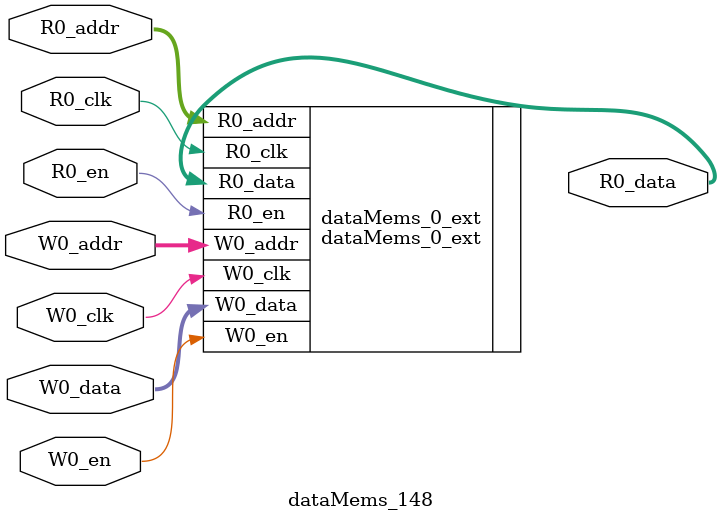
<source format=sv>
`ifndef RANDOMIZE
  `ifdef RANDOMIZE_REG_INIT
    `define RANDOMIZE
  `endif // RANDOMIZE_REG_INIT
`endif // not def RANDOMIZE
`ifndef RANDOMIZE
  `ifdef RANDOMIZE_MEM_INIT
    `define RANDOMIZE
  `endif // RANDOMIZE_MEM_INIT
`endif // not def RANDOMIZE

`ifndef RANDOM
  `define RANDOM $random
`endif // not def RANDOM

// Users can define 'PRINTF_COND' to add an extra gate to prints.
`ifndef PRINTF_COND_
  `ifdef PRINTF_COND
    `define PRINTF_COND_ (`PRINTF_COND)
  `else  // PRINTF_COND
    `define PRINTF_COND_ 1
  `endif // PRINTF_COND
`endif // not def PRINTF_COND_

// Users can define 'ASSERT_VERBOSE_COND' to add an extra gate to assert error printing.
`ifndef ASSERT_VERBOSE_COND_
  `ifdef ASSERT_VERBOSE_COND
    `define ASSERT_VERBOSE_COND_ (`ASSERT_VERBOSE_COND)
  `else  // ASSERT_VERBOSE_COND
    `define ASSERT_VERBOSE_COND_ 1
  `endif // ASSERT_VERBOSE_COND
`endif // not def ASSERT_VERBOSE_COND_

// Users can define 'STOP_COND' to add an extra gate to stop conditions.
`ifndef STOP_COND_
  `ifdef STOP_COND
    `define STOP_COND_ (`STOP_COND)
  `else  // STOP_COND
    `define STOP_COND_ 1
  `endif // STOP_COND
`endif // not def STOP_COND_

// Users can define INIT_RANDOM as general code that gets injected into the
// initializer block for modules with registers.
`ifndef INIT_RANDOM
  `define INIT_RANDOM
`endif // not def INIT_RANDOM

// If using random initialization, you can also define RANDOMIZE_DELAY to
// customize the delay used, otherwise 0.002 is used.
`ifndef RANDOMIZE_DELAY
  `define RANDOMIZE_DELAY 0.002
`endif // not def RANDOMIZE_DELAY

// Define INIT_RANDOM_PROLOG_ for use in our modules below.
`ifndef INIT_RANDOM_PROLOG_
  `ifdef RANDOMIZE
    `ifdef VERILATOR
      `define INIT_RANDOM_PROLOG_ `INIT_RANDOM
    `else  // VERILATOR
      `define INIT_RANDOM_PROLOG_ `INIT_RANDOM #`RANDOMIZE_DELAY begin end
    `endif // VERILATOR
  `else  // RANDOMIZE
    `define INIT_RANDOM_PROLOG_
  `endif // RANDOMIZE
`endif // not def INIT_RANDOM_PROLOG_

// Include register initializers in init blocks unless synthesis is set
`ifndef SYNTHESIS
  `ifndef ENABLE_INITIAL_REG_
    `define ENABLE_INITIAL_REG_
  `endif // not def ENABLE_INITIAL_REG_
`endif // not def SYNTHESIS

// Include rmemory initializers in init blocks unless synthesis is set
`ifndef SYNTHESIS
  `ifndef ENABLE_INITIAL_MEM_
    `define ENABLE_INITIAL_MEM_
  `endif // not def ENABLE_INITIAL_MEM_
`endif // not def SYNTHESIS

module dataMems_148(	// @[generators/ara/src/main/scala/UnsafeAXI4ToTL.scala:365:62]
  input  [4:0]  R0_addr,
  input         R0_en,
  input         R0_clk,
  output [66:0] R0_data,
  input  [4:0]  W0_addr,
  input         W0_en,
  input         W0_clk,
  input  [66:0] W0_data
);

  dataMems_0_ext dataMems_0_ext (	// @[generators/ara/src/main/scala/UnsafeAXI4ToTL.scala:365:62]
    .R0_addr (R0_addr),
    .R0_en   (R0_en),
    .R0_clk  (R0_clk),
    .R0_data (R0_data),
    .W0_addr (W0_addr),
    .W0_en   (W0_en),
    .W0_clk  (W0_clk),
    .W0_data (W0_data)
  );
endmodule


</source>
